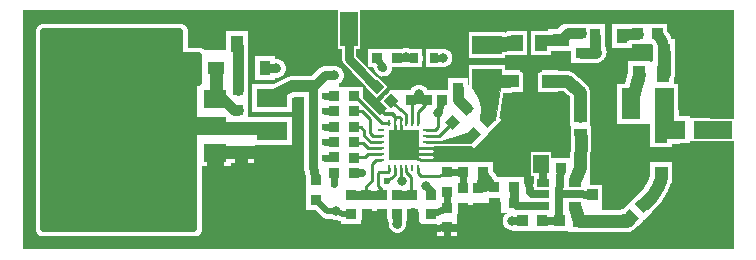
<source format=gbr>
%FSLAX34Y34*%
%MOMM*%
%LNCOPPER_TOP*%
G71*
G01*
%ADD10R,1.700X1.700*%
%ADD11C,1.800*%
%ADD12R,2.700X2.300*%
%ADD13R,2.900X5.000*%
%ADD14R,3.400X2.400*%
%ADD15R,2.200X1.900*%
%ADD16C,1.050*%
%ADD17C,2.300*%
%ADD18R,1.400X1.500*%
%ADD19R,1.500X1.500*%
%ADD20R,1.500X1.100*%
%ADD21R,1.400X1.400*%
%ADD22C,1.500*%
%ADD23C,1.700*%
%ADD24C,1.900*%
%ADD25R,1.900X3.400*%
%ADD26R,1.050X1.400*%
%ADD27R,1.400X1.050*%
%ADD28C,1.600*%
%ADD29C,1.400*%
%ADD30C,1.200*%
%ADD31C,1.400*%
%ADD32C,0.650*%
%ADD33C,1.600*%
%ADD34R,1.900X2.200*%
%ADD35R,1.900X1.900*%
%ADD36R,1.800X1.920*%
%ADD37R,1.700X2.000*%
%ADD38C,0.700*%
%ADD39C,1.920*%
%ADD40R,1.800X2.000*%
%ADD41R,1.920X1.800*%
%ADD42R,3.600X1.900*%
%ADD43C,1.800*%
%ADD44C,1.400*%
%ADD45C,1.300*%
%ADD46C,0.200*%
%ADD47C,0.150*%
%ADD48R,3.160X2.160*%
%ADD49C,1.000*%
%ADD50C,1.800*%
%ADD51C,0.500*%
%ADD52C,0.800*%
%ADD53C,0.900*%
%ADD54C,0.100*%
%ADD55R,0.900X0.900*%
%ADD56C,1.000*%
%ADD57R,1.900X1.500*%
%ADD58R,2.100X4.200*%
%ADD59R,2.600X2.790*%
%ADD60R,2.600X1.600*%
%ADD61R,1.400X1.100*%
%ADD62C,0.250*%
%ADD63R,0.800X0.900*%
%ADD64R,1.100X0.700*%
%ADD65R,0.600X0.600*%
%ADD66R,1.400X1.600*%
%ADD67C,1.100*%
%ADD68R,1.100X1.400*%
%ADD69R,1.500X3.000*%
%ADD70R,0.250X0.600*%
%ADD71R,0.600X0.250*%
%ADD72R,2.600X2.600*%
%ADD73C,0.600*%
%ADD74C,0.600*%
%ADD75C,0.800*%
%ADD76R,1.000X1.120*%
%ADD77R,4.600X3.900*%
%ADD78C,1.120*%
%ADD79R,1.120X1.000*%
%ADD80R,3.900X4.600*%
%ADD81R,0.900X1.200*%
%ADD82R,0.600X2.200*%
%ADD83R,3.200X1.500*%
%ADD84C,1.000*%
%ADD85C,0.300*%
%LPD*%
G36*
X0Y1000000D02*
X602000Y1000000D01*
X602000Y798000D01*
X0Y798000D01*
X0Y1000000D01*
G37*
%LPC*%
X329916Y844025D02*
G54D10*
D03*
X330016Y827325D02*
G54D10*
D03*
X184509Y900816D02*
G54D11*
D03*
G36*
X388009Y917155D02*
X376002Y905121D01*
X363968Y917129D01*
X375975Y929163D01*
X388009Y917155D01*
G37*
G36*
X376271Y905283D02*
X364271Y893242D01*
X352230Y905242D01*
X364230Y917284D01*
X376271Y905283D01*
G37*
X162357Y925014D02*
G54D12*
D03*
X162457Y902014D02*
G54D12*
D03*
X162457Y879014D02*
G54D12*
D03*
X103757Y901914D02*
G54D13*
D03*
X211256Y925791D02*
G54D14*
D03*
X211256Y897791D02*
G54D14*
D03*
X184762Y879869D02*
G54D15*
D03*
X184762Y900469D02*
G54D15*
D03*
G54D16*
X324900Y905000D02*
X324900Y912000D01*
X324906Y912005D01*
X310493Y924631D01*
G54D16*
X329900Y905000D02*
X329900Y914000D01*
X329897Y921131D01*
X329000Y924300D01*
G54D16*
X334900Y905000D02*
X334900Y914000D01*
X340900Y920000D01*
X341000Y924300D01*
G54D16*
X341400Y898500D02*
X349400Y898500D01*
X351900Y901000D01*
X351900Y916200D01*
X355000Y924300D01*
G54D16*
X341400Y893500D02*
X352400Y893500D01*
X357900Y899000D01*
G54D16*
X357900Y899000D02*
X365773Y906873D01*
X364251Y905263D01*
G54D17*
X162457Y902014D02*
X103857Y902014D01*
X103757Y901914D01*
X317000Y844000D02*
G54D10*
D03*
X316900Y827300D02*
G54D10*
D03*
X331400Y960100D02*
G54D18*
D03*
X348100Y960000D02*
G54D18*
D03*
X300121Y960104D02*
G54D19*
D03*
X316821Y960004D02*
G54D19*
D03*
X277700Y827500D02*
G54D10*
D03*
X277800Y844200D02*
G54D10*
D03*
X359247Y846600D02*
G54D10*
D03*
X359347Y863300D02*
G54D10*
D03*
X345648Y844100D02*
G54D10*
D03*
X345548Y827400D02*
G54D10*
D03*
X359347Y816300D02*
G54D10*
D03*
X359447Y833000D02*
G54D10*
D03*
X372747Y849700D02*
G54D10*
D03*
X372647Y833000D02*
G54D10*
D03*
X389548Y863500D02*
G54D10*
D03*
X372848Y863600D02*
G54D10*
D03*
X385747Y849700D02*
G54D10*
D03*
X385647Y833000D02*
G54D10*
D03*
X399348Y850500D02*
G54D10*
D03*
X416048Y850400D02*
G54D10*
D03*
G36*
X391147Y845400D02*
X408147Y845401D01*
X408148Y828401D01*
X391148Y828400D01*
X391147Y845400D01*
G37*
X416347Y836800D02*
G54D10*
D03*
X467862Y853774D02*
G54D20*
D03*
X467862Y834774D02*
G54D20*
D03*
X440862Y853774D02*
G54D20*
D03*
X440862Y834774D02*
G54D20*
D03*
X440862Y844274D02*
G54D20*
D03*
X467862Y844274D02*
G54D20*
D03*
X429262Y846150D02*
G54D21*
D03*
X429262Y835050D02*
G54D21*
D03*
G54D22*
X440862Y853774D02*
X440743Y869712D01*
G54D22*
X467862Y844274D02*
X454400Y844274D01*
X455400Y866500D01*
G54D22*
X454400Y844274D02*
X454400Y824500D01*
X472100Y866400D02*
G54D10*
D03*
X455400Y866500D02*
G54D10*
D03*
G54D23*
X467862Y857024D02*
X472100Y866400D01*
G36*
X414587Y830686D02*
X431587Y830713D01*
X431613Y813714D01*
X414613Y813687D01*
X414587Y830686D01*
G37*
G36*
X431286Y830587D02*
X448286Y830614D01*
X448313Y813614D01*
X431313Y813587D01*
X431286Y830587D01*
G37*
G36*
X446094Y830694D02*
X463094Y830706D01*
X463106Y813706D01*
X446106Y813694D01*
X446094Y830694D01*
G37*
G36*
X462799Y830599D02*
X479799Y830601D01*
X479801Y813601D01*
X462801Y813599D01*
X462799Y830599D01*
G37*
G54D24*
X467806Y832721D02*
X471300Y822100D01*
X182475Y915974D02*
G54D10*
D03*
X182575Y932674D02*
G54D10*
D03*
X263700Y862500D02*
G54D10*
D03*
X280400Y862400D02*
G54D10*
D03*
X280400Y875500D02*
G54D10*
D03*
X263700Y875600D02*
G54D10*
D03*
X280400Y888500D02*
G54D10*
D03*
X263700Y888600D02*
G54D10*
D03*
X280400Y901500D02*
G54D10*
D03*
X263700Y901600D02*
G54D10*
D03*
X280400Y914500D02*
G54D10*
D03*
X263700Y914600D02*
G54D10*
D03*
X280400Y927500D02*
G54D19*
D03*
X263700Y927600D02*
G54D19*
D03*
X248491Y856091D02*
G54D10*
D03*
X248391Y839391D02*
G54D10*
D03*
X276500Y984500D02*
G54D25*
D03*
X334900Y905000D02*
G54D26*
D03*
X334900Y867000D02*
G54D26*
D03*
X329900Y905000D02*
G54D26*
D03*
X329900Y867000D02*
G54D26*
D03*
X324900Y905000D02*
G54D26*
D03*
X324900Y867000D02*
G54D26*
D03*
X319900Y905000D02*
G54D26*
D03*
X319900Y867000D02*
G54D26*
D03*
X314900Y905000D02*
G54D26*
D03*
X314900Y867000D02*
G54D26*
D03*
X309900Y905000D02*
G54D26*
D03*
X309900Y867000D02*
G54D26*
D03*
X341400Y898500D02*
G54D27*
D03*
X303400Y898500D02*
G54D27*
D03*
X341400Y893500D02*
G54D27*
D03*
X303400Y893500D02*
G54D27*
D03*
X341400Y888500D02*
G54D27*
D03*
X303400Y888500D02*
G54D27*
D03*
X341400Y883500D02*
G54D27*
D03*
X303400Y883500D02*
G54D27*
D03*
X341400Y878500D02*
G54D27*
D03*
X303400Y878500D02*
G54D27*
D03*
X341400Y873500D02*
G54D27*
D03*
X303400Y873500D02*
G54D27*
D03*
X351936Y913151D02*
G54D28*
D03*
G54D29*
X351936Y913151D02*
X355000Y924300D01*
G54D29*
X355507Y959975D02*
X355482Y960000D01*
X348100Y960000D01*
G54D29*
X331400Y960100D02*
X331304Y960004D01*
X315821Y960004D01*
X335336Y929251D02*
G54D28*
D03*
G36*
X299618Y944561D02*
X308806Y935363D01*
X299608Y926176D01*
X290421Y935374D01*
X299618Y944561D01*
G37*
G36*
X311509Y932823D02*
X320685Y923614D01*
X311476Y914438D01*
X302300Y923648D01*
X311509Y932823D01*
G37*
G54D30*
X298613Y936369D02*
X281000Y954000D01*
G54D30*
X281000Y954000D02*
X276400Y958600D01*
X276500Y987500D01*
G54D16*
X303400Y893500D02*
X296500Y893500D01*
X294000Y896000D01*
X294000Y908000D01*
X287500Y914500D01*
X280400Y914500D01*
G54D16*
X303400Y888500D02*
X294500Y888500D01*
X289000Y894000D01*
X289000Y898000D01*
X286000Y901000D01*
X280900Y901000D01*
X280400Y901500D01*
G54D16*
X303400Y883500D02*
X292500Y883500D01*
X288000Y888000D01*
X280900Y888000D01*
X280400Y888500D01*
G54D16*
X303400Y878500D02*
X292500Y878500D01*
X290000Y876000D01*
X280900Y876000D01*
X280400Y875500D01*
X308807Y855475D02*
G54D31*
D03*
G54D16*
X314900Y867000D02*
X314900Y860568D01*
X308807Y855475D01*
X287807Y862475D02*
G54D31*
D03*
G54D22*
X287596Y862628D02*
X280077Y862628D01*
X279671Y862221D01*
G54D32*
X309900Y905000D02*
X304000Y905000D01*
X281500Y927500D01*
X280400Y927500D01*
G54D29*
X255807Y927475D02*
X263700Y927600D01*
G54D29*
X255807Y914475D02*
X263700Y914600D01*
G54D29*
X255807Y901475D02*
X263700Y901600D01*
G54D29*
X255807Y888475D02*
X263700Y888600D01*
G54D29*
X255807Y875475D02*
X263700Y875600D01*
G54D29*
X263744Y852950D02*
X263700Y862500D01*
G54D29*
X305007Y951675D02*
X300121Y960104D01*
G54D16*
X319900Y867000D02*
X319900Y860568D01*
X320907Y855275D01*
G54D16*
X324900Y867000D02*
X324900Y863100D01*
X329000Y859000D01*
X329000Y845000D01*
X329416Y844425D01*
G54D29*
X291100Y827386D02*
X304101Y827386D01*
G54D33*
X317000Y844000D02*
X329916Y844025D01*
G54D33*
X277800Y844200D02*
X304001Y844086D01*
G54D16*
X303400Y873500D02*
X299500Y873500D01*
X296000Y870000D01*
X296000Y856000D01*
X291000Y851000D01*
X291000Y844086D01*
G54D16*
X334900Y862000D02*
X337000Y860000D01*
X352047Y860000D01*
X359347Y863300D01*
G54D29*
X345648Y844100D02*
X345648Y848134D01*
X341707Y851775D01*
G54D29*
X345548Y827400D02*
X359447Y833000D01*
G54D29*
X359447Y833000D02*
X359247Y846600D01*
G54D29*
X359347Y863300D02*
X372848Y863600D01*
G54D29*
X372848Y863600D02*
X372747Y849700D01*
G54D29*
X385747Y849700D02*
X389548Y863500D01*
G54D29*
X389548Y863500D02*
X399348Y850500D01*
G54D29*
X399348Y850500D02*
X385747Y849700D01*
G54D29*
X385747Y849700D02*
X391235Y855550D01*
G54D22*
X467862Y844274D02*
X482300Y844200D01*
G36*
X369637Y895266D02*
X381635Y907309D01*
X393678Y895311D01*
X381680Y883268D01*
X369637Y895266D01*
G37*
G36*
X381375Y907156D02*
X393384Y919189D01*
X405416Y907180D01*
X393407Y895147D01*
X381375Y907156D01*
G37*
X542481Y946400D02*
G54D34*
D03*
X521881Y946400D02*
G54D34*
D03*
X572800Y899300D02*
G54D35*
D03*
X556100Y899200D02*
G54D35*
D03*
G36*
X502060Y824469D02*
X514069Y836502D01*
X526102Y824494D01*
X514094Y812460D01*
X502060Y824469D01*
G37*
G36*
X513798Y836351D02*
X525810Y848381D01*
X537840Y836370D01*
X525828Y824340D01*
X513798Y836351D01*
G37*
G36*
X511987Y988986D02*
X528986Y989013D01*
X529013Y972014D01*
X512014Y971987D01*
X511987Y988986D01*
G37*
G36*
X528686Y988887D02*
X545686Y988914D01*
X545713Y971914D01*
X528713Y971887D01*
X528686Y988887D01*
G37*
X445000Y940000D02*
G54D36*
D03*
X414800Y940000D02*
G54D36*
D03*
X429900Y901100D02*
G54D36*
D03*
X438705Y972567D02*
G54D37*
D03*
X418106Y972567D02*
G54D37*
D03*
X472300Y894000D02*
G54D10*
D03*
X472200Y910700D02*
G54D10*
D03*
X472831Y980883D02*
G54D10*
D03*
X472731Y964183D02*
G54D10*
D03*
G54D32*
X341400Y888500D02*
X375069Y888500D01*
X382857Y896289D01*
G36*
X379069Y888500D02*
X380947Y889940D01*
X378304Y895947D01*
X354372Y888549D01*
X379069Y888500D01*
G37*
G54D32*
X379069Y888500D02*
X380947Y889940D01*
X378304Y895947D01*
X354372Y888549D01*
X379069Y888500D01*
G36*
X399432Y907548D02*
X403792Y934597D01*
X393000Y936000D01*
X380250Y935083D01*
X386537Y925436D01*
X388217Y917562D01*
X387448Y907437D01*
X398838Y906958D01*
X399432Y907548D01*
G37*
G54D38*
X399432Y907548D02*
X403792Y934597D01*
X393000Y936000D01*
X380250Y935083D01*
X386537Y925436D01*
X388217Y917562D01*
X387448Y907437D01*
X398838Y906958D01*
X399432Y907548D01*
G54D39*
X411800Y940000D02*
X404316Y939905D01*
X397640Y940821D01*
G54D23*
X445000Y940000D02*
X461000Y940000D01*
X472000Y931000D01*
X472216Y919602D01*
X472200Y910700D01*
G36*
X445000Y948500D02*
X445000Y931500D01*
X436500Y931500D01*
X436500Y948500D01*
X445000Y948500D01*
G37*
G36*
X463700Y910715D02*
X480700Y910684D01*
X480684Y902184D01*
X463684Y902215D01*
X463700Y910715D01*
G37*
G54D23*
X472300Y894000D02*
X472000Y866500D01*
X472100Y866400D01*
G36*
X480800Y893907D02*
X463800Y894093D01*
X463893Y902592D01*
X480892Y902407D01*
X480800Y893907D01*
G37*
X438743Y869712D02*
G54D40*
D03*
X540512Y862552D02*
G54D41*
D03*
X540512Y892752D02*
G54D41*
D03*
X501612Y877652D02*
G54D41*
D03*
G54D23*
X471300Y822100D02*
X501000Y822000D01*
X514081Y824481D01*
G54D24*
X540512Y862101D02*
X540509Y858280D01*
X537512Y851053D01*
X532498Y843041D01*
X525819Y836360D01*
G36*
X550012Y862096D02*
X531012Y862107D01*
X531017Y871607D01*
X550017Y871596D01*
X550012Y862096D01*
G37*
G36*
X519101Y843077D02*
X532537Y829644D01*
X525820Y822925D01*
X512384Y836359D01*
X519101Y843077D01*
G37*
G54D24*
X471300Y822100D02*
X511700Y822100D01*
X514081Y824481D01*
G36*
X471300Y831600D02*
X471300Y812600D01*
X461800Y812600D01*
X461800Y831600D01*
X471300Y831600D01*
G37*
G36*
X520799Y817764D02*
X507364Y831199D01*
X514081Y837916D01*
X527516Y824481D01*
X520799Y817764D01*
G37*
G54D22*
X439800Y822100D02*
X454500Y822100D01*
X454600Y822200D01*
G54D22*
X439800Y822100D02*
X439800Y822100D01*
X484781Y978328D02*
G54D37*
D03*
X507781Y978328D02*
G54D37*
D03*
G54D24*
X542481Y946400D02*
X542550Y946469D01*
X542550Y956450D01*
X542550Y964999D01*
G54D23*
X542550Y964999D02*
X541293Y973807D01*
X537200Y980400D01*
G54D23*
X520500Y980500D02*
X513039Y980475D01*
X507781Y978500D01*
X507781Y978328D01*
G54D24*
X415314Y972228D02*
X414833Y972328D01*
X392756Y971191D01*
X584300Y899000D02*
G54D42*
D03*
X485584Y964427D02*
G54D43*
D03*
G54D23*
X484781Y978328D02*
X484781Y965230D01*
X485584Y964427D01*
G54D23*
X472731Y964183D02*
X485341Y964183D01*
X485584Y964427D01*
G54D22*
X438705Y972567D02*
X441053Y974914D01*
X456090Y974914D01*
G54D23*
X456090Y974914D02*
X462058Y980883D01*
X472831Y980883D01*
X456090Y974915D02*
G54D15*
D03*
X542550Y965099D02*
G54D34*
D03*
X482300Y844200D02*
G54D10*
D03*
X329000Y924300D02*
G54D10*
D03*
X342000Y924300D02*
G54D10*
D03*
X355000Y924300D02*
G54D10*
D03*
X324351Y960364D02*
G54D28*
D03*
X355953Y960148D02*
G54D28*
D03*
X263171Y945653D02*
G54D28*
D03*
X413936Y822151D02*
G54D28*
D03*
X316936Y819151D02*
G54D44*
D03*
X265111Y830151D02*
G54D28*
D03*
G54D22*
X413936Y822151D02*
X423100Y822200D01*
G54D17*
X548688Y899112D02*
X553450Y899112D01*
G36*
X548688Y910612D02*
X548688Y887612D01*
X537188Y887612D01*
X537188Y910612D01*
X548688Y910612D01*
G37*
G36*
X553450Y887612D02*
X553450Y910612D01*
X564950Y910612D01*
X564950Y887612D01*
X553450Y887612D01*
G37*
G54D33*
X416048Y850400D02*
X416347Y836800D01*
G54D22*
X440862Y834774D02*
X418374Y834774D01*
X416347Y836800D01*
G54D45*
X277700Y827500D02*
X270938Y827500D01*
X265111Y830151D01*
X182518Y951658D02*
G54D37*
D03*
X205518Y951658D02*
G54D37*
D03*
X214131Y951402D02*
G54D28*
D03*
G54D33*
X214131Y951402D02*
X205774Y951402D01*
X205518Y951658D01*
G54D33*
X263171Y945653D02*
X255503Y945653D01*
X245475Y935625D01*
X245475Y867362D01*
X248491Y856091D01*
G54D45*
X265111Y830151D02*
X257630Y830151D01*
X248391Y839391D01*
G54D23*
X182518Y951658D02*
X182518Y970244D01*
X181512Y971250D01*
G54D23*
X182518Y951658D02*
X182518Y932730D01*
X182575Y932674D01*
G54D23*
X162357Y928014D02*
X166986Y928014D01*
X179026Y915974D01*
X182475Y915974D01*
G54D24*
X162357Y928014D02*
X163210Y928866D01*
X163209Y951197D01*
G54D24*
X184762Y900469D02*
X162457Y900469D01*
X162457Y902014D01*
G54D24*
X184762Y879869D02*
X162457Y879869D01*
X162457Y879014D01*
G36*
X133000Y983000D02*
X133000Y962000D01*
X149000Y962000D01*
X149000Y939000D01*
X145000Y939000D01*
X145000Y815000D01*
X17000Y815000D01*
X17000Y983000D01*
X133000Y983000D01*
G37*
G54D45*
X133000Y983000D02*
X133000Y962000D01*
X149000Y962000D01*
X149000Y939000D01*
X145000Y939000D01*
X145000Y815000D01*
X17000Y815000D01*
X17000Y983000D01*
X133000Y983000D01*
X163210Y951197D02*
G54D15*
D03*
X181512Y971250D02*
G54D34*
D03*
G36*
X263171Y945653D02*
X255503Y945653D01*
X245475Y935625D01*
X245475Y859106D01*
X248491Y856091D01*
X248491Y839491D01*
X248391Y839391D01*
X257630Y830151D01*
X265111Y830151D01*
X275049Y830151D01*
X277700Y827500D01*
X329842Y827500D01*
X330016Y827325D01*
X345473Y827325D01*
X345548Y827400D01*
X400432Y827400D01*
X400507Y827475D01*
X400507Y849342D01*
X399348Y850500D01*
X399348Y853700D01*
X389548Y863500D01*
X372948Y863500D01*
X372848Y863600D01*
X360061Y863600D01*
X352843Y870818D01*
X342818Y870818D01*
X342000Y870000D01*
X342000Y887000D01*
X343000Y888000D01*
X374369Y888000D01*
X381657Y895289D01*
X381657Y896657D01*
X396000Y911000D01*
X396000Y939181D01*
X397640Y940821D01*
X383921Y940821D01*
X377200Y934100D01*
X372100Y934100D01*
X370000Y932000D01*
X312131Y932000D01*
X309712Y929581D01*
X309712Y925411D01*
X311493Y923631D01*
X311493Y919013D01*
X302465Y909985D01*
X297915Y909985D01*
X280400Y927500D01*
X273500Y927500D01*
X267000Y934000D01*
X267000Y941824D01*
X263171Y945653D01*
G37*
G54D46*
X263171Y945653D02*
X255503Y945653D01*
X245475Y935625D01*
X245475Y859106D01*
X248491Y856091D01*
X248491Y839491D01*
X248391Y839391D01*
X257630Y830151D01*
X265111Y830151D01*
X275049Y830151D01*
X277700Y827500D01*
X329842Y827500D01*
X330016Y827325D01*
X345473Y827325D01*
X345548Y827400D01*
X400432Y827400D01*
X400507Y827475D01*
X400507Y849342D01*
X399348Y850500D01*
X399348Y853700D01*
X389548Y863500D01*
X372948Y863500D01*
X372848Y863600D01*
X360061Y863600D01*
X352843Y870818D01*
X342818Y870818D01*
X342000Y870000D01*
X342000Y887000D01*
X343000Y888000D01*
X374369Y888000D01*
X381657Y895289D01*
X381657Y896657D01*
X396000Y911000D01*
X396000Y939181D01*
X397640Y940821D01*
X383921Y940821D01*
X377200Y934100D01*
X372100Y934100D01*
X370000Y932000D01*
X312131Y932000D01*
X309712Y929581D01*
X309712Y925411D01*
X311493Y923631D01*
X311493Y919013D01*
X302465Y909985D01*
X297915Y909985D01*
X280400Y927500D01*
X273500Y927500D01*
X267000Y934000D01*
X267000Y941824D01*
X263171Y945653D01*
G36*
X316000Y957000D02*
X301000Y957000D01*
X301000Y966563D01*
X316000Y966563D01*
X316000Y957000D01*
G37*
G54D46*
X316000Y957000D02*
X301000Y957000D01*
X301000Y966563D01*
X316000Y966563D01*
X316000Y957000D01*
G36*
X474000Y842000D02*
X489775Y842000D01*
X489775Y822517D01*
X474000Y822517D01*
X474000Y842000D01*
G37*
G54D46*
X474000Y842000D02*
X489775Y842000D01*
X489775Y822517D01*
X474000Y822517D01*
X474000Y842000D01*
G36*
X471000Y861000D02*
X479571Y861000D01*
X479571Y849938D01*
X471000Y849938D01*
X471000Y861000D01*
G37*
G54D46*
X471000Y861000D02*
X479571Y861000D01*
X479571Y849938D01*
X471000Y849938D01*
X471000Y861000D01*
G36*
X278000Y928000D02*
X264986Y928000D01*
X264986Y934292D01*
X278000Y934292D01*
X278000Y928000D01*
G37*
G54D47*
X278000Y928000D02*
X264986Y928000D01*
X264986Y934292D01*
X278000Y934292D01*
X278000Y928000D01*
G54D16*
X309900Y867000D02*
X309900Y863900D01*
X309000Y863000D01*
X302000Y863000D01*
X301000Y862000D01*
X301000Y851000D01*
X304000Y848000D01*
X304001Y844086D01*
X320907Y855275D02*
G54D43*
D03*
X341707Y851775D02*
G54D28*
D03*
G36*
X502981Y938000D02*
X526981Y938000D01*
X526982Y904000D01*
X502982Y904000D01*
X502981Y938000D01*
G37*
G36*
X530981Y938000D02*
X554981Y938000D01*
X554982Y904000D01*
X530982Y904000D01*
X530981Y938000D01*
G37*
X392756Y943190D02*
G54D48*
D03*
X392756Y971191D02*
G54D48*
D03*
G54D24*
X184762Y900469D02*
X191593Y900520D01*
X199105Y900298D01*
X200978Y899469D01*
X211256Y897190D01*
G54D49*
X316936Y819151D02*
X316936Y827264D01*
X316900Y827300D01*
G54D29*
X316936Y819151D02*
X316936Y827264D01*
X316900Y827300D01*
G54D50*
X211256Y927191D02*
X227796Y935730D01*
X244758Y935722D01*
G36*
X194000Y882000D02*
X162457Y882000D01*
X162457Y902014D01*
X194000Y902014D01*
X194000Y882000D01*
G37*
G54D51*
X194000Y882000D02*
X162457Y882000D01*
X162457Y902014D01*
X194000Y902014D01*
X194000Y882000D01*
G36*
X181000Y922000D02*
X163210Y922000D01*
X163210Y951197D01*
X181000Y951197D01*
X181000Y922000D01*
G37*
G54D51*
X181000Y922000D02*
X163210Y922000D01*
X163210Y951197D01*
X181000Y951197D01*
X181000Y922000D01*
G36*
X182518Y951658D02*
X152839Y951658D01*
X152839Y963732D01*
X182518Y963732D01*
X182518Y951658D01*
G37*
G54D51*
X182518Y951658D02*
X152839Y951658D01*
X152839Y963732D01*
X182518Y963732D01*
X182518Y951658D01*
X368500Y934100D02*
G54D10*
D03*
G54D24*
X540411Y893962D02*
X540512Y918530D01*
X542982Y921000D01*
G54D33*
X546988Y901189D02*
X546988Y913631D01*
X546700Y913919D01*
G36*
X521881Y946400D02*
X535935Y946400D01*
X535935Y908032D01*
X521881Y908032D01*
X521881Y946400D01*
G37*
G54D52*
X521881Y946400D02*
X535935Y946400D01*
X535935Y908032D01*
X521881Y908032D01*
X521881Y946400D01*
G36*
X539352Y942146D02*
X527964Y942146D01*
X527964Y953392D01*
X539352Y953392D01*
X539352Y942146D01*
G37*
G54D52*
X539352Y942146D02*
X527964Y942146D01*
X527964Y953392D01*
X539352Y953392D01*
X539352Y942146D01*
G54D24*
X514981Y921000D02*
X521881Y946400D01*
G54D23*
X375989Y917142D02*
X368500Y924631D01*
X368500Y934100D01*
G36*
X178000Y885000D02*
X149000Y885000D01*
X149000Y924000D01*
X178000Y924000D01*
X178000Y885000D01*
G37*
G54D53*
X178000Y885000D02*
X149000Y885000D01*
X149000Y924000D01*
X178000Y924000D01*
X178000Y885000D01*
G36*
X561000Y902000D02*
X569763Y902000D01*
X569763Y890000D01*
X561000Y890000D01*
X561000Y902000D01*
G37*
G54D54*
X561000Y902000D02*
X569763Y902000D01*
X569763Y890000D01*
X561000Y890000D01*
X561000Y902000D01*
%LPD*%
X329916Y844025D02*
G54D55*
D03*
X330016Y827325D02*
G54D55*
D03*
X184509Y900816D02*
G54D56*
D03*
X146257Y956200D02*
G54D55*
D03*
X146157Y972900D02*
G54D55*
D03*
X328900Y941000D02*
G54D55*
D03*
X329000Y924300D02*
G54D55*
D03*
X341900Y941000D02*
G54D55*
D03*
X342000Y924300D02*
G54D55*
D03*
X354900Y941000D02*
G54D55*
D03*
X355000Y924300D02*
G54D55*
D03*
G36*
X382353Y917149D02*
X375996Y910778D01*
X369625Y917135D01*
X375982Y923506D01*
X382353Y917149D01*
G37*
G36*
X370615Y905274D02*
X364261Y898899D01*
X357887Y905252D01*
X364240Y911627D01*
X370615Y905274D01*
G37*
X162357Y925014D02*
G54D57*
D03*
X162457Y902014D02*
G54D57*
D03*
X162457Y879014D02*
G54D57*
D03*
X103757Y901914D02*
G54D58*
D03*
X113452Y843971D02*
G54D59*
D03*
G36*
X153252Y857921D02*
X179252Y857921D01*
X179252Y830021D01*
X153252Y830021D01*
X153252Y857921D01*
G37*
X211256Y925791D02*
G54D60*
D03*
X211256Y897791D02*
G54D60*
D03*
X184762Y879869D02*
G54D61*
D03*
X184762Y900469D02*
G54D61*
D03*
X163210Y971797D02*
G54D61*
D03*
X163210Y951197D02*
G54D61*
D03*
G54D62*
X324900Y905000D02*
X324900Y912000D01*
X324906Y912005D01*
X310493Y924631D01*
G54D62*
X314900Y907000D02*
X314900Y909000D01*
X315900Y910000D01*
X316900Y910000D01*
X318900Y910000D01*
X319900Y909000D01*
X319900Y907000D01*
G54D62*
X314900Y903000D02*
X314900Y897000D01*
G54D62*
X319900Y903000D02*
X319900Y897000D01*
G54D62*
X314900Y907000D02*
X314900Y909000D01*
G54D62*
X341400Y883500D02*
X333400Y883500D01*
X332900Y883000D01*
G54D62*
X341400Y878500D02*
X331400Y878500D01*
X330900Y879000D01*
G54D62*
X341400Y873500D02*
X338400Y873500D01*
X335054Y874398D01*
X333900Y875000D01*
X332900Y876000D01*
G54D62*
X341400Y883500D02*
X347400Y883500D01*
X348900Y882000D01*
X348900Y880000D01*
X347400Y878500D01*
X341400Y878500D01*
G54D62*
X341400Y873500D02*
X347400Y873500D01*
X348900Y875000D01*
X348900Y882000D01*
G54D62*
X347400Y878500D02*
X348900Y877000D01*
G54D62*
X329900Y905000D02*
X329900Y914000D01*
X329897Y921131D01*
X329000Y924300D01*
G54D62*
X334900Y905000D02*
X334900Y914000D01*
X340900Y920000D01*
X341000Y924300D01*
G54D62*
X341400Y898500D02*
X349400Y898500D01*
X351900Y901000D01*
X351900Y916200D01*
X355000Y924300D01*
G54D38*
X329000Y924300D02*
X341000Y924300D01*
G54D38*
X328900Y941000D02*
X354900Y941000D01*
G54D62*
X341400Y893500D02*
X352400Y893500D01*
X357900Y899000D01*
G54D62*
X357900Y899000D02*
X365773Y906873D01*
X364251Y905263D01*
G54D62*
X334900Y867000D02*
X334900Y862000D01*
G54D22*
X162457Y902014D02*
X103857Y902014D01*
X103757Y901914D01*
X317000Y844000D02*
G54D55*
D03*
X316900Y827300D02*
G54D55*
D03*
X368600Y950800D02*
G54D55*
D03*
X368500Y934100D02*
G54D55*
D03*
G54D49*
X368196Y951114D02*
X368200Y963000D01*
G36*
X363196Y951115D02*
X373196Y951112D01*
X373194Y946112D01*
X363194Y946115D01*
X363196Y951115D01*
G37*
X331400Y960100D02*
G54D63*
D03*
X348100Y960000D02*
G54D63*
D03*
X300121Y960104D02*
G54D55*
D03*
X316821Y960004D02*
G54D55*
D03*
X277700Y827500D02*
G54D55*
D03*
X277800Y844200D02*
G54D55*
D03*
X359247Y846600D02*
G54D55*
D03*
X359347Y863300D02*
G54D55*
D03*
X345648Y844100D02*
G54D55*
D03*
X345548Y827400D02*
G54D55*
D03*
X359347Y816300D02*
G54D55*
D03*
X359447Y833000D02*
G54D55*
D03*
X372747Y849700D02*
G54D55*
D03*
X372647Y833000D02*
G54D55*
D03*
X389548Y863500D02*
G54D55*
D03*
X372848Y863600D02*
G54D55*
D03*
X385747Y849700D02*
G54D55*
D03*
X385647Y833000D02*
G54D55*
D03*
X399348Y850500D02*
G54D55*
D03*
X416048Y850400D02*
G54D55*
D03*
G36*
X395147Y841400D02*
X404147Y841401D01*
X404148Y832401D01*
X395148Y832400D01*
X395147Y841400D01*
G37*
X416347Y836800D02*
G54D55*
D03*
X467862Y853774D02*
G54D64*
D03*
X467862Y834774D02*
G54D64*
D03*
X440862Y853774D02*
G54D64*
D03*
X440862Y834774D02*
G54D64*
D03*
X440862Y844274D02*
G54D64*
D03*
X467862Y844274D02*
G54D64*
D03*
X429262Y846150D02*
G54D65*
D03*
X429262Y835050D02*
G54D65*
D03*
X418143Y869712D02*
G54D66*
D03*
X438743Y869712D02*
G54D66*
D03*
G54D38*
X440862Y853774D02*
X440743Y869712D01*
G36*
X477796Y848697D02*
X486796Y848703D01*
X486803Y839703D01*
X477803Y839697D01*
X477796Y848697D01*
G37*
G36*
X494499Y848599D02*
X503499Y848601D01*
X503501Y839601D01*
X494501Y839599D01*
X494499Y848599D01*
G37*
G54D38*
X467862Y844274D02*
X454400Y844274D01*
X455400Y866500D01*
G54D38*
X454400Y844274D02*
X454400Y824500D01*
X472100Y866400D02*
G54D55*
D03*
X455400Y866500D02*
G54D55*
D03*
G54D67*
X467862Y857024D02*
X472100Y866400D01*
G36*
X418593Y826693D02*
X427593Y826707D01*
X427607Y817707D01*
X418607Y817693D01*
X418593Y826693D01*
G37*
G36*
X435293Y826593D02*
X444293Y826607D01*
X444307Y817607D01*
X435307Y817593D01*
X435293Y826593D01*
G37*
G36*
X450097Y826697D02*
X459097Y826703D01*
X459103Y817703D01*
X450103Y817697D01*
X450097Y826697D01*
G37*
G36*
X466799Y826600D02*
X475799Y826601D01*
X475801Y817601D01*
X466801Y817600D01*
X466799Y826600D01*
G37*
G54D67*
X467806Y832721D02*
X471300Y822100D01*
X182475Y915974D02*
G54D55*
D03*
X182575Y932674D02*
G54D55*
D03*
X202112Y971250D02*
G54D68*
D03*
X181512Y971250D02*
G54D68*
D03*
X263700Y862500D02*
G54D55*
D03*
X280400Y862400D02*
G54D55*
D03*
X280400Y875500D02*
G54D55*
D03*
X263700Y875600D02*
G54D55*
D03*
X280400Y888500D02*
G54D55*
D03*
X263700Y888600D02*
G54D55*
D03*
X280400Y901500D02*
G54D55*
D03*
X263700Y901600D02*
G54D55*
D03*
X280400Y914500D02*
G54D55*
D03*
X263700Y914600D02*
G54D55*
D03*
X280400Y927500D02*
G54D55*
D03*
X263700Y927600D02*
G54D55*
D03*
X248491Y856091D02*
G54D55*
D03*
X248391Y839391D02*
G54D55*
D03*
X276500Y984500D02*
G54D69*
D03*
X334900Y905000D02*
G54D70*
D03*
X334900Y867000D02*
G54D70*
D03*
X329900Y905000D02*
G54D70*
D03*
X329900Y867000D02*
G54D70*
D03*
X324900Y905000D02*
G54D70*
D03*
X324900Y867000D02*
G54D70*
D03*
X319900Y905000D02*
G54D70*
D03*
X319900Y867000D02*
G54D70*
D03*
X314900Y905000D02*
G54D70*
D03*
X314900Y867000D02*
G54D70*
D03*
X309900Y905000D02*
G54D70*
D03*
X309900Y867000D02*
G54D70*
D03*
X341400Y898500D02*
G54D71*
D03*
X303400Y898500D02*
G54D71*
D03*
X341400Y893500D02*
G54D71*
D03*
X303400Y893500D02*
G54D71*
D03*
X341400Y888500D02*
G54D71*
D03*
X303400Y888500D02*
G54D71*
D03*
X341400Y883500D02*
G54D71*
D03*
X303400Y883500D02*
G54D71*
D03*
X341400Y878500D02*
G54D71*
D03*
X303400Y878500D02*
G54D71*
D03*
X341400Y873500D02*
G54D71*
D03*
X303400Y873500D02*
G54D71*
D03*
X322400Y886000D02*
G54D72*
D03*
X291000Y844086D02*
G54D55*
D03*
X291100Y827386D02*
G54D55*
D03*
X304001Y844086D02*
G54D55*
D03*
X304101Y827386D02*
G54D55*
D03*
X313419Y894995D02*
G54D73*
D03*
X319419Y894995D02*
G54D73*
D03*
X325419Y894995D02*
G54D73*
D03*
X331419Y894995D02*
G54D73*
D03*
X313419Y888995D02*
G54D73*
D03*
X319419Y888995D02*
G54D73*
D03*
X325419Y888995D02*
G54D73*
D03*
X331419Y888995D02*
G54D73*
D03*
X313419Y882995D02*
G54D73*
D03*
X319419Y882995D02*
G54D73*
D03*
X325419Y882995D02*
G54D73*
D03*
X331419Y882995D02*
G54D73*
D03*
X313419Y876995D02*
G54D73*
D03*
X319419Y876995D02*
G54D73*
D03*
X325419Y876995D02*
G54D73*
D03*
X331419Y876995D02*
G54D73*
D03*
X326807Y948475D02*
G54D73*
D03*
X332807Y948475D02*
G54D73*
D03*
X338807Y948475D02*
G54D73*
D03*
X344807Y948475D02*
G54D73*
D03*
X350807Y948475D02*
G54D73*
D03*
X356807Y948475D02*
G54D73*
D03*
G54D74*
X326807Y948475D02*
X356807Y948475D01*
X355632Y945000D01*
X354000Y945000D01*
X334000Y945000D01*
X328900Y941000D01*
X326807Y948475D01*
X351936Y913151D02*
G54D75*
D03*
G54D74*
X351936Y913151D02*
X355000Y924300D01*
G54D74*
X355507Y959975D02*
X355482Y960000D01*
X348100Y960000D01*
G54D74*
X331400Y960100D02*
X331304Y960004D01*
X315821Y960004D01*
X335336Y929251D02*
G54D75*
D03*
G36*
X299617Y941733D02*
X305977Y935365D01*
X299610Y929005D01*
X293249Y935372D01*
X299617Y941733D01*
G37*
G36*
X311504Y929995D02*
X317857Y923619D01*
X311481Y917267D01*
X305129Y923642D01*
X311504Y929995D01*
G37*
G54D52*
X298613Y936369D02*
X281000Y954000D01*
X372463Y960753D02*
G54D73*
D03*
G54D52*
X281000Y954000D02*
X276400Y958600D01*
X276500Y987500D01*
G54D62*
X303400Y893500D02*
X296500Y893500D01*
X294000Y896000D01*
X294000Y908000D01*
X287500Y914500D01*
X280400Y914500D01*
G54D62*
X303400Y888500D02*
X294500Y888500D01*
X289000Y894000D01*
X289000Y898000D01*
X286000Y901000D01*
X280900Y901000D01*
X280400Y901500D01*
G54D62*
X303400Y883500D02*
X292500Y883500D01*
X288000Y888000D01*
X280900Y888000D01*
X280400Y888500D01*
G54D62*
X303400Y878500D02*
X292500Y878500D01*
X290000Y876000D01*
X280900Y876000D01*
X280400Y875500D01*
X308807Y855475D02*
G54D73*
D03*
G54D62*
X314900Y867000D02*
X314900Y860568D01*
X308807Y855475D01*
X287807Y862475D02*
G54D73*
D03*
G54D38*
X287596Y862628D02*
X280077Y862628D01*
X279671Y862221D01*
G54D62*
X309900Y905000D02*
X304000Y905000D01*
X281500Y927500D01*
X280400Y927500D01*
X263744Y852950D02*
G54D73*
D03*
X255807Y875475D02*
G54D73*
D03*
X255807Y888475D02*
G54D73*
D03*
X255807Y901475D02*
G54D73*
D03*
X255807Y914475D02*
G54D73*
D03*
X255807Y927475D02*
G54D73*
D03*
G54D74*
X255807Y927475D02*
X263700Y927600D01*
G54D74*
X255807Y914475D02*
X263700Y914600D01*
G54D74*
X255807Y901475D02*
X263700Y901600D01*
G54D74*
X255807Y888475D02*
X263700Y888600D01*
G54D74*
X255807Y875475D02*
X263700Y875600D01*
G54D74*
X263744Y852950D02*
X263700Y862500D01*
X351807Y881475D02*
G54D73*
D03*
X351807Y875475D02*
G54D73*
D03*
G54D74*
X351807Y881475D02*
X351807Y875475D01*
G54D62*
X347400Y873500D02*
X351963Y873748D01*
G54D62*
X347400Y883500D02*
X351992Y883219D01*
G54D74*
X305007Y951675D02*
X300121Y960104D01*
G54D62*
X319900Y867000D02*
X319900Y860568D01*
X320907Y855275D01*
G54D62*
X324900Y867000D02*
X324900Y863100D01*
X329000Y859000D01*
X329000Y845000D01*
X329416Y844425D01*
X288807Y819475D02*
G54D73*
D03*
X294807Y819475D02*
G54D73*
D03*
X300807Y819475D02*
G54D73*
D03*
X306807Y819475D02*
G54D73*
D03*
G54D49*
X330016Y827325D02*
X330012Y821439D01*
G36*
X335016Y827322D02*
X325016Y827329D01*
X325020Y832329D01*
X335020Y832322D01*
X335016Y827322D01*
G37*
X333406Y819464D02*
G54D73*
D03*
X327406Y819464D02*
G54D73*
D03*
G54D74*
X306807Y819475D02*
X288807Y819475D01*
X291100Y827386D01*
G54D74*
X306807Y819475D02*
X304101Y827386D01*
G54D74*
X304000Y823000D02*
X291000Y823000D01*
G54D74*
X291100Y827386D02*
X304101Y827386D01*
G54D52*
X317000Y844000D02*
X329916Y844025D01*
G54D52*
X277800Y844200D02*
X304001Y844086D01*
G54D74*
X327406Y819464D02*
X333406Y819464D01*
G54D62*
X303400Y873500D02*
X299500Y873500D01*
X296000Y870000D01*
X296000Y856000D01*
X291000Y851000D01*
X291000Y844086D01*
G54D62*
X334900Y862000D02*
X337000Y860000D01*
X352047Y860000D01*
X359347Y863300D01*
G54D74*
X345648Y844100D02*
X345648Y848134D01*
X341707Y851775D01*
G54D74*
X345548Y827400D02*
X359447Y833000D01*
G54D74*
X359447Y833000D02*
X359247Y846600D01*
G54D74*
X359347Y863300D02*
X372848Y863600D01*
G54D74*
X372848Y863600D02*
X372747Y849700D01*
G54D74*
X385747Y849700D02*
X389548Y863500D01*
G54D74*
X389548Y863500D02*
X399348Y850500D01*
G54D74*
X399348Y850500D02*
X385747Y849700D01*
G54D74*
X385747Y849700D02*
X391235Y855550D01*
X370407Y825475D02*
G54D73*
D03*
X376407Y825475D02*
G54D73*
D03*
X382407Y825475D02*
G54D73*
D03*
X388407Y825475D02*
G54D73*
D03*
X347507Y815975D02*
G54D73*
D03*
G54D74*
X370407Y825475D02*
X388407Y825475D01*
G54D74*
X370407Y825475D02*
X372647Y833000D01*
G54D74*
X388407Y825475D02*
X385647Y833000D01*
G54D74*
X385647Y833000D02*
X372647Y833000D01*
G54D74*
X373000Y828000D02*
X384000Y828000D01*
G54D74*
X359398Y803166D02*
X359347Y816300D01*
G54D74*
X347507Y815975D02*
X359347Y816300D01*
X282722Y938358D02*
G54D73*
D03*
X263807Y989475D02*
G54D73*
D03*
X263807Y995475D02*
G54D73*
D03*
X289107Y995475D02*
G54D73*
D03*
X289107Y971475D02*
G54D73*
D03*
X292807Y926475D02*
G54D73*
D03*
X297807Y921475D02*
G54D73*
D03*
X302807Y916475D02*
G54D73*
D03*
G54D38*
X467862Y844274D02*
X482300Y844200D01*
X494507Y834975D02*
G54D73*
D03*
X508507Y851175D02*
G54D73*
D03*
X508507Y837975D02*
G54D73*
D03*
X508507Y844775D02*
G54D73*
D03*
G36*
X375293Y895277D02*
X381646Y901653D01*
X388021Y895300D01*
X381669Y888925D01*
X375293Y895277D01*
G37*
G36*
X387031Y907162D02*
X393389Y913532D01*
X399759Y907174D01*
X393402Y900804D01*
X387031Y907162D01*
G37*
X542481Y946400D02*
G54D68*
D03*
X521881Y946400D02*
G54D68*
D03*
X542550Y964999D02*
G54D68*
D03*
X521950Y964999D02*
G54D68*
D03*
X572800Y899300D02*
G54D55*
D03*
X556100Y899200D02*
G54D55*
D03*
G36*
X507717Y824475D02*
X514075Y830845D01*
X520445Y824488D01*
X514088Y818117D01*
X507717Y824475D01*
G37*
G36*
X519455Y836355D02*
X525814Y842724D01*
X532183Y836365D01*
X525824Y829996D01*
X519455Y836355D01*
G37*
G36*
X515993Y984993D02*
X524993Y985007D01*
X525007Y976007D01*
X516007Y975993D01*
X515993Y984993D01*
G37*
G36*
X532693Y984893D02*
X541693Y984907D01*
X541707Y975907D01*
X532707Y975893D01*
X532693Y984893D01*
G37*
X445000Y940000D02*
G54D76*
D03*
X429900Y940000D02*
G54D76*
D03*
X414800Y940000D02*
G54D76*
D03*
X429900Y901100D02*
G54D76*
D03*
G54D52*
X430000Y933000D02*
X430000Y908000D01*
X438705Y972567D02*
G54D68*
D03*
X418106Y972567D02*
G54D68*
D03*
X456090Y974914D02*
G54D61*
D03*
X456089Y954314D02*
G54D61*
D03*
X472300Y894000D02*
G54D55*
D03*
X472200Y910700D02*
G54D55*
D03*
X429900Y901100D02*
G54D77*
D03*
G54D49*
X429900Y940000D02*
X429900Y901100D01*
X448027Y886044D02*
G54D73*
D03*
X442027Y886044D02*
G54D73*
D03*
X436027Y886044D02*
G54D73*
D03*
X430027Y886044D02*
G54D73*
D03*
X424027Y886044D02*
G54D73*
D03*
X418027Y886044D02*
G54D73*
D03*
X412027Y886044D02*
G54D73*
D03*
X448027Y915044D02*
G54D73*
D03*
X448027Y907044D02*
G54D73*
D03*
X448027Y900044D02*
G54D73*
D03*
X448027Y893044D02*
G54D73*
D03*
X412027Y893044D02*
G54D73*
D03*
X412027Y900044D02*
G54D73*
D03*
X412027Y907044D02*
G54D73*
D03*
X412027Y915044D02*
G54D73*
D03*
X439027Y915044D02*
G54D73*
D03*
X430027Y915044D02*
G54D73*
D03*
X421027Y915044D02*
G54D73*
D03*
X430027Y922044D02*
G54D73*
D03*
X430000Y930000D02*
G54D73*
D03*
X435827Y951044D02*
G54D73*
D03*
X429827Y951044D02*
G54D73*
D03*
X423827Y951044D02*
G54D73*
D03*
X432794Y956264D02*
G54D73*
D03*
X426806Y956164D02*
G54D73*
D03*
G54D52*
X426806Y956164D02*
X432794Y956264D01*
X435827Y951044D01*
X423827Y951044D01*
G54D49*
X429827Y951044D02*
X429900Y940000D01*
X472831Y980883D02*
G54D55*
D03*
X472731Y964183D02*
G54D55*
D03*
G54D62*
X341400Y888500D02*
X375069Y888500D01*
X382857Y896289D01*
G36*
X379069Y888500D02*
X380947Y889940D01*
X378304Y895947D01*
X354372Y888549D01*
X379069Y888500D01*
G37*
G54D62*
X379069Y888500D02*
X380947Y889940D01*
X378304Y895947D01*
X354372Y888549D01*
X379069Y888500D01*
G36*
X399432Y907548D02*
X403792Y934597D01*
X393000Y936000D01*
X380250Y935083D01*
X386537Y925436D01*
X388217Y917562D01*
X387448Y907437D01*
X398838Y906958D01*
X399432Y907548D01*
G37*
G54D54*
X399432Y907548D02*
X403792Y934597D01*
X393000Y936000D01*
X380250Y935083D01*
X386537Y925436D01*
X388217Y917562D01*
X387448Y907437D01*
X398838Y906958D01*
X399432Y907548D01*
G54D78*
X411800Y940000D02*
X404316Y939905D01*
X397640Y940821D01*
G54D67*
X445000Y940000D02*
X461000Y940000D01*
X472000Y931000D01*
X472216Y919602D01*
X472200Y910700D01*
G36*
X445000Y945500D02*
X445000Y934500D01*
X439500Y934500D01*
X439500Y945500D01*
X445000Y945500D01*
G37*
G36*
X466700Y910710D02*
X477700Y910689D01*
X477690Y905189D01*
X466690Y905210D01*
X466700Y910710D01*
G37*
G54D67*
X472300Y894000D02*
X472000Y866500D01*
X472100Y866400D01*
G36*
X477800Y893940D02*
X466800Y894060D01*
X466860Y899560D01*
X477860Y899440D01*
X477800Y893940D01*
G37*
X428934Y855085D02*
G54D73*
D03*
X403107Y863475D02*
G54D73*
D03*
X403107Y870175D02*
G54D73*
D03*
X403107Y877675D02*
G54D73*
D03*
X360507Y875275D02*
G54D73*
D03*
X369507Y875375D02*
G54D73*
D03*
X378507Y875375D02*
G54D73*
D03*
X387507Y875375D02*
G54D73*
D03*
X395507Y875375D02*
G54D73*
D03*
X360507Y881975D02*
G54D73*
D03*
X369507Y881975D02*
G54D73*
D03*
X378507Y881975D02*
G54D73*
D03*
X386607Y882675D02*
G54D73*
D03*
X395507Y881975D02*
G54D73*
D03*
X392007Y888475D02*
G54D73*
D03*
X397707Y894175D02*
G54D73*
D03*
X403507Y900175D02*
G54D73*
D03*
X403107Y884975D02*
G54D73*
D03*
G54D38*
X440862Y844274D02*
X431138Y844274D01*
X429262Y846150D01*
X428934Y855085D01*
X438743Y869712D02*
G54D66*
D03*
X459884Y878965D02*
G54D73*
D03*
X459884Y886688D02*
G54D73*
D03*
X459884Y900975D02*
G54D73*
D03*
X459884Y914975D02*
G54D73*
D03*
X457107Y927875D02*
G54D73*
D03*
X449607Y925475D02*
G54D73*
D03*
X440607Y925475D02*
G54D73*
D03*
X419607Y925475D02*
G54D73*
D03*
X411607Y925475D02*
G54D73*
D03*
X540512Y862552D02*
G54D79*
D03*
X540512Y877652D02*
G54D79*
D03*
X540512Y892752D02*
G54D79*
D03*
X501612Y877652D02*
G54D79*
D03*
G54D52*
X533512Y877552D02*
X508512Y877551D01*
X501612Y877652D02*
G54D80*
D03*
G54D49*
X540512Y877652D02*
X501612Y877651D01*
X486556Y859524D02*
G54D73*
D03*
X486556Y865524D02*
G54D73*
D03*
X486556Y871524D02*
G54D73*
D03*
X486556Y877524D02*
G54D73*
D03*
X486556Y883524D02*
G54D73*
D03*
X486556Y889524D02*
G54D73*
D03*
X486556Y895524D02*
G54D73*
D03*
X515556Y859524D02*
G54D73*
D03*
X507556Y859524D02*
G54D73*
D03*
X500556Y859524D02*
G54D73*
D03*
X493556Y859524D02*
G54D73*
D03*
X493556Y895524D02*
G54D73*
D03*
X500556Y895524D02*
G54D73*
D03*
X507556Y895524D02*
G54D73*
D03*
X515556Y895525D02*
G54D73*
D03*
X515556Y868524D02*
G54D73*
D03*
X515556Y877524D02*
G54D73*
D03*
X515556Y886524D02*
G54D73*
D03*
X522901Y877928D02*
G54D73*
D03*
X530166Y877954D02*
G54D73*
D03*
X553761Y876679D02*
G54D73*
D03*
X554078Y883803D02*
G54D73*
D03*
X559742Y878228D02*
G54D73*
D03*
X560606Y884292D02*
G54D73*
D03*
G54D49*
X551556Y877724D02*
X540512Y877652D01*
G54D53*
X471300Y822100D02*
X501000Y822000D01*
X514081Y824481D01*
G54D67*
X540512Y862101D02*
X540509Y858280D01*
X537512Y851053D01*
X532498Y843041D01*
X525819Y836360D01*
G36*
X546012Y862098D02*
X535012Y862105D01*
X535015Y867605D01*
X546015Y867598D01*
X546012Y862098D01*
G37*
G36*
X521930Y840249D02*
X529708Y832472D01*
X525820Y828582D01*
X518041Y836360D01*
X521930Y840249D01*
G37*
G54D67*
X471300Y822100D02*
X511700Y822100D01*
X514081Y824481D01*
G36*
X471300Y827600D02*
X471300Y816600D01*
X465800Y816600D01*
X465800Y827600D01*
X471300Y827600D01*
G37*
G36*
X517970Y820592D02*
X510192Y828370D01*
X514081Y832259D01*
X521859Y824481D01*
X517970Y820592D01*
G37*
X394507Y826475D02*
G54D73*
D03*
X400507Y827475D02*
G54D73*
D03*
G54D53*
X399647Y836900D02*
X399651Y831760D01*
X399678Y828979D01*
G54D53*
X385647Y833000D02*
X395747Y833000D01*
X399647Y836900D01*
G54D38*
X439800Y822100D02*
X454500Y822100D01*
X454600Y822200D01*
G54D38*
X439800Y822100D02*
X439800Y822100D01*
X484781Y978328D02*
G54D81*
D03*
X507781Y978328D02*
G54D81*
D03*
X496281Y978328D02*
G54D82*
D03*
X485000Y909000D02*
G54D73*
D03*
X485000Y918000D02*
G54D73*
D03*
X485000Y927000D02*
G54D73*
D03*
X505362Y941636D02*
G54D73*
D03*
X509419Y958881D02*
G54D73*
D03*
X484702Y945688D02*
G54D73*
D03*
X510504Y965081D02*
G54D73*
D03*
X496138Y958269D02*
G54D73*
D03*
X497683Y964329D02*
G54D73*
D03*
X472671Y946176D02*
G54D73*
D03*
X491496Y953716D02*
G54D73*
D03*
X485270Y952370D02*
G54D73*
D03*
X468651Y952392D02*
G54D73*
D03*
X477725Y951757D02*
G54D73*
D03*
X479281Y941913D02*
G54D73*
D03*
X485000Y935000D02*
G54D73*
D03*
X499000Y930000D02*
G54D73*
D03*
X508763Y946784D02*
G54D73*
D03*
X439720Y959237D02*
G54D73*
D03*
X415507Y957236D02*
G54D73*
D03*
X391580Y957289D02*
G54D73*
D03*
X499000Y922000D02*
G54D73*
D03*
X499000Y914000D02*
G54D73*
D03*
X499000Y938000D02*
G54D73*
D03*
X503951Y965247D02*
G54D73*
D03*
X509257Y952858D02*
G54D73*
D03*
X444109Y953450D02*
G54D73*
D03*
X380940Y957290D02*
G54D73*
D03*
G54D67*
X542481Y946400D02*
X542550Y946469D01*
X542550Y956450D01*
X542550Y964999D01*
G54D53*
X542550Y964999D02*
X541293Y973807D01*
X537200Y980400D01*
G54D53*
X520500Y980500D02*
X513039Y980475D01*
X507781Y978500D01*
X507781Y978328D01*
G54D45*
X415314Y972228D02*
X414833Y972328D01*
X392756Y971191D01*
X584300Y899000D02*
G54D83*
D03*
X485584Y964427D02*
G54D84*
D03*
G54D53*
X484781Y978328D02*
X484781Y965230D01*
X485584Y964427D01*
G54D53*
X472731Y964183D02*
X485341Y964183D01*
X485584Y964427D01*
G54D53*
X438705Y972567D02*
X441053Y974914D01*
X456090Y974914D01*
G54D53*
X456090Y974914D02*
X462058Y980883D01*
X472831Y980883D01*
X263807Y983475D02*
G54D73*
D03*
X263807Y977475D02*
G54D73*
D03*
X263807Y971475D02*
G54D73*
D03*
X289107Y989475D02*
G54D73*
D03*
X289107Y983475D02*
G54D73*
D03*
X289107Y977475D02*
G54D73*
D03*
X456090Y974915D02*
G54D61*
D03*
X542550Y965099D02*
G54D68*
D03*
X526661Y899099D02*
G54D73*
D03*
X526661Y887099D02*
G54D73*
D03*
X526960Y868522D02*
G54D73*
D03*
X526661Y861099D02*
G54D73*
D03*
X482300Y844200D02*
G54D55*
D03*
X459884Y922099D02*
G54D73*
D03*
X459884Y908099D02*
G54D73*
D03*
X459884Y893914D02*
G54D73*
D03*
X452323Y878737D02*
G54D73*
D03*
X329000Y924300D02*
G54D55*
D03*
X342000Y924300D02*
G54D55*
D03*
X355000Y924300D02*
G54D55*
D03*
G54D85*
X302807Y916475D02*
X307000Y912000D01*
X313517Y911999D01*
X315544Y909964D01*
X324351Y960364D02*
G54D75*
D03*
X355953Y960148D02*
G54D75*
D03*
X304336Y952251D02*
G54D75*
D03*
X263171Y945653D02*
G54D75*
D03*
X307104Y941850D02*
G54D73*
D03*
G54D74*
X388407Y825475D02*
X400507Y827475D01*
X413936Y822151D02*
G54D75*
D03*
X316936Y819151D02*
G54D75*
D03*
X265111Y830151D02*
G54D75*
D03*
G54D38*
X413936Y822151D02*
X423100Y822200D01*
G54D22*
X548688Y899112D02*
X553450Y899112D01*
G36*
X548688Y906612D02*
X548688Y891612D01*
X541188Y891612D01*
X541188Y906612D01*
X548688Y906612D01*
G37*
G36*
X553450Y891612D02*
X553450Y906612D01*
X560950Y906612D01*
X560950Y891612D01*
X553450Y891612D01*
G37*
X232707Y965648D02*
G54D73*
D03*
X232756Y841803D02*
G54D73*
D03*
X232801Y852189D02*
G54D73*
D03*
X232756Y862441D02*
G54D73*
D03*
X232801Y872827D02*
G54D73*
D03*
X232756Y883078D02*
G54D73*
D03*
X232801Y893464D02*
G54D73*
D03*
X232756Y903716D02*
G54D73*
D03*
X232801Y914102D02*
G54D73*
D03*
X232756Y923553D02*
G54D73*
D03*
X232847Y821300D02*
G54D73*
D03*
X232801Y831552D02*
G54D73*
D03*
X220056Y965628D02*
G54D73*
D03*
X226406Y965628D02*
G54D73*
D03*
X232753Y955555D02*
G54D73*
D03*
X232707Y971998D02*
G54D73*
D03*
X220056Y971978D02*
G54D73*
D03*
X226406Y971978D02*
G54D73*
D03*
X232707Y978348D02*
G54D73*
D03*
X220056Y978328D02*
G54D73*
D03*
X226406Y978328D02*
G54D73*
D03*
X232707Y947698D02*
G54D73*
D03*
X597969Y886310D02*
G54D73*
D03*
X573969Y886310D02*
G54D73*
D03*
X591969Y886310D02*
G54D73*
D03*
X585969Y886310D02*
G54D73*
D03*
X579969Y886310D02*
G54D73*
D03*
X597969Y911879D02*
G54D73*
D03*
X573969Y911879D02*
G54D73*
D03*
X591969Y911879D02*
G54D73*
D03*
X585969Y911879D02*
G54D73*
D03*
X579969Y911879D02*
G54D73*
D03*
G54D52*
X416048Y850400D02*
X416347Y836800D01*
G54D38*
X440862Y834774D02*
X418374Y834774D01*
X416347Y836800D01*
G54D51*
X277700Y827500D02*
X270938Y827500D01*
X265111Y830151D01*
X524124Y854359D02*
G54D73*
D03*
X519778Y849230D02*
G54D73*
D03*
X514961Y844049D02*
G54D73*
D03*
X182518Y951658D02*
G54D81*
D03*
X205518Y951658D02*
G54D81*
D03*
X194018Y951658D02*
G54D82*
D03*
X214131Y951402D02*
G54D75*
D03*
G54D52*
X214131Y951402D02*
X205774Y951402D01*
X205518Y951658D01*
G54D52*
X263171Y945653D02*
X255503Y945653D01*
X245475Y935625D01*
X245475Y867362D01*
X248491Y856091D01*
G54D51*
X265111Y830151D02*
X257630Y830151D01*
X248391Y839391D01*
X301000Y994000D02*
G54D73*
D03*
X311000Y994000D02*
G54D73*
D03*
X321000Y994000D02*
G54D73*
D03*
X331000Y994000D02*
G54D73*
D03*
X341000Y994000D02*
G54D73*
D03*
X351000Y994000D02*
G54D73*
D03*
X361000Y994000D02*
G54D73*
D03*
X371000Y994000D02*
G54D73*
D03*
X381000Y994000D02*
G54D73*
D03*
X391000Y994000D02*
G54D73*
D03*
X401000Y994000D02*
G54D73*
D03*
X411000Y994000D02*
G54D73*
D03*
X421000Y994000D02*
G54D73*
D03*
X431000Y994000D02*
G54D73*
D03*
X441000Y994000D02*
G54D73*
D03*
X451000Y994000D02*
G54D73*
D03*
X461000Y994000D02*
G54D73*
D03*
X471000Y994000D02*
G54D73*
D03*
X481000Y994000D02*
G54D73*
D03*
X491500Y994000D02*
G54D73*
D03*
X501300Y993900D02*
G54D73*
D03*
X511000Y994000D02*
G54D73*
D03*
X521000Y994000D02*
G54D73*
D03*
X531000Y994000D02*
G54D73*
D03*
X541000Y994000D02*
G54D73*
D03*
X551000Y994000D02*
G54D73*
D03*
X561000Y994000D02*
G54D73*
D03*
X571000Y994000D02*
G54D73*
D03*
X581000Y994000D02*
G54D73*
D03*
X591000Y994000D02*
G54D73*
D03*
X596000Y985000D02*
G54D73*
D03*
X596000Y975000D02*
G54D73*
D03*
X596000Y965000D02*
G54D73*
D03*
X596000Y955000D02*
G54D73*
D03*
X596000Y945000D02*
G54D73*
D03*
X596000Y935000D02*
G54D73*
D03*
X541000Y804000D02*
G54D73*
D03*
X551000Y804000D02*
G54D73*
D03*
X561000Y804000D02*
G54D73*
D03*
X571000Y804000D02*
G54D73*
D03*
X581000Y804000D02*
G54D73*
D03*
X591000Y804000D02*
G54D73*
D03*
X596000Y864000D02*
G54D73*
D03*
X596000Y854000D02*
G54D73*
D03*
X596000Y844000D02*
G54D73*
D03*
X596000Y834000D02*
G54D73*
D03*
X596000Y824000D02*
G54D73*
D03*
X596000Y814000D02*
G54D73*
D03*
X481000Y804000D02*
G54D73*
D03*
X491000Y804000D02*
G54D73*
D03*
X501000Y804000D02*
G54D73*
D03*
X511000Y804000D02*
G54D73*
D03*
X521000Y804000D02*
G54D73*
D03*
X531000Y804000D02*
G54D73*
D03*
X421000Y804000D02*
G54D73*
D03*
X431000Y804000D02*
G54D73*
D03*
X441000Y804000D02*
G54D73*
D03*
X451000Y804000D02*
G54D73*
D03*
X461000Y804000D02*
G54D73*
D03*
X471000Y804000D02*
G54D73*
D03*
X361000Y804000D02*
G54D73*
D03*
X371000Y804000D02*
G54D73*
D03*
X381000Y804000D02*
G54D73*
D03*
X391000Y804000D02*
G54D73*
D03*
X401000Y804000D02*
G54D73*
D03*
X411000Y804000D02*
G54D73*
D03*
X301000Y804000D02*
G54D73*
D03*
X311000Y804000D02*
G54D73*
D03*
X321000Y804000D02*
G54D73*
D03*
X331000Y804000D02*
G54D73*
D03*
X341000Y804000D02*
G54D73*
D03*
X351000Y804000D02*
G54D73*
D03*
X241000Y804000D02*
G54D73*
D03*
X251000Y804000D02*
G54D73*
D03*
X261000Y804000D02*
G54D73*
D03*
X271000Y804000D02*
G54D73*
D03*
X281000Y804000D02*
G54D73*
D03*
X291000Y804000D02*
G54D73*
D03*
X181000Y804000D02*
G54D73*
D03*
X191000Y804000D02*
G54D73*
D03*
X201000Y804000D02*
G54D73*
D03*
X211000Y804000D02*
G54D73*
D03*
X221000Y804000D02*
G54D73*
D03*
X231000Y804000D02*
G54D73*
D03*
X121000Y804000D02*
G54D73*
D03*
X131000Y804000D02*
G54D73*
D03*
X141000Y804000D02*
G54D73*
D03*
X151000Y804000D02*
G54D73*
D03*
X161000Y804000D02*
G54D73*
D03*
X171000Y804000D02*
G54D73*
D03*
X61000Y804000D02*
G54D73*
D03*
X71000Y804000D02*
G54D73*
D03*
X81000Y804000D02*
G54D73*
D03*
X91000Y804000D02*
G54D73*
D03*
X101000Y804000D02*
G54D73*
D03*
X111000Y804000D02*
G54D73*
D03*
X61000Y993900D02*
G54D73*
D03*
X71000Y993900D02*
G54D73*
D03*
X81000Y993900D02*
G54D73*
D03*
X91000Y993900D02*
G54D73*
D03*
X101000Y993900D02*
G54D73*
D03*
X111000Y993900D02*
G54D73*
D03*
X121000Y993900D02*
G54D73*
D03*
X131000Y993900D02*
G54D73*
D03*
X141000Y993900D02*
G54D73*
D03*
X151000Y993900D02*
G54D73*
D03*
X161000Y993900D02*
G54D73*
D03*
X171000Y993900D02*
G54D73*
D03*
X181000Y993900D02*
G54D73*
D03*
X191000Y993900D02*
G54D73*
D03*
X201000Y993900D02*
G54D73*
D03*
X211000Y993900D02*
G54D73*
D03*
X221000Y993900D02*
G54D73*
D03*
X231000Y993900D02*
G54D73*
D03*
X241000Y993900D02*
G54D73*
D03*
X251000Y993900D02*
G54D73*
D03*
X41000Y993900D02*
G54D73*
D03*
X51000Y993900D02*
G54D73*
D03*
X21000Y993900D02*
G54D73*
D03*
X31000Y993900D02*
G54D73*
D03*
X41000Y804000D02*
G54D73*
D03*
X51000Y804000D02*
G54D73*
D03*
X21000Y804000D02*
G54D73*
D03*
X31000Y804000D02*
G54D73*
D03*
X11000Y804000D02*
G54D73*
D03*
X11000Y993900D02*
G54D73*
D03*
X6200Y874000D02*
G54D73*
D03*
X6200Y864000D02*
G54D73*
D03*
X6200Y854000D02*
G54D73*
D03*
X6200Y844000D02*
G54D73*
D03*
X6200Y834000D02*
G54D73*
D03*
X6200Y824000D02*
G54D73*
D03*
X6200Y934000D02*
G54D73*
D03*
X6200Y924000D02*
G54D73*
D03*
X6200Y914000D02*
G54D73*
D03*
X6200Y904000D02*
G54D73*
D03*
X6200Y894000D02*
G54D73*
D03*
X6200Y884000D02*
G54D73*
D03*
X6200Y954000D02*
G54D73*
D03*
X6200Y944000D02*
G54D73*
D03*
X6200Y974000D02*
G54D73*
D03*
X6200Y964000D02*
G54D73*
D03*
X6200Y984000D02*
G54D73*
D03*
X6200Y814000D02*
G54D73*
D03*
G54D49*
X6000Y804000D02*
X596000Y804000D01*
G36*
X6000Y809000D02*
X6000Y799000D01*
X1000Y799000D01*
X1000Y809000D01*
X6000Y809000D01*
G37*
G36*
X596000Y799000D02*
X596000Y809000D01*
X601000Y809000D01*
X601000Y799000D01*
X596000Y799000D01*
G37*
G54D49*
X6000Y994000D02*
X256000Y994000D01*
G36*
X6000Y999000D02*
X6000Y989000D01*
X1000Y989000D01*
X1000Y999000D01*
X6000Y999000D01*
G37*
G36*
X256000Y989000D02*
X256000Y999000D01*
X261000Y999000D01*
X261000Y989000D01*
X256000Y989000D01*
G37*
G54D49*
X297000Y994000D02*
X596000Y994000D01*
G36*
X297000Y999000D02*
X297000Y989000D01*
X292000Y989000D01*
X292000Y999000D01*
X297000Y999000D01*
G37*
G36*
X596000Y989000D02*
X596000Y999000D01*
X601000Y999000D01*
X601000Y989000D01*
X596000Y989000D01*
G37*
G54D49*
X6000Y984000D02*
X6000Y814000D01*
G36*
X11000Y984000D02*
X1000Y984000D01*
X1001Y989000D01*
X11001Y989000D01*
X11000Y984000D01*
G37*
G36*
X1000Y814000D02*
X11000Y814000D01*
X11000Y809000D01*
X1000Y809000D01*
X1000Y814000D01*
G37*
G54D49*
X596000Y985000D02*
X596000Y920000D01*
G36*
X601000Y985000D02*
X591000Y985000D01*
X591000Y990000D01*
X601000Y990000D01*
X601000Y985000D01*
G37*
G36*
X591000Y920000D02*
X601000Y920000D01*
X601000Y915000D01*
X591000Y915000D01*
X591000Y920000D01*
G37*
G54D49*
X596000Y878000D02*
X596000Y804000D01*
G36*
X601000Y878000D02*
X591000Y878000D01*
X591000Y883000D01*
X601000Y883000D01*
X601000Y878000D01*
G37*
G36*
X591000Y804000D02*
X601000Y804000D01*
X601000Y799000D01*
X591000Y799000D01*
X591000Y804000D01*
G37*
X596000Y926400D02*
G54D73*
D03*
X596000Y872000D02*
G54D73*
D03*
X595964Y879821D02*
G54D73*
D03*
X596006Y918651D02*
G54D73*
D03*
X567661Y886309D02*
G54D73*
D03*
X566896Y913495D02*
G54D73*
D03*
X558661Y914544D02*
G54D73*
D03*
X558661Y923099D02*
G54D73*
D03*
X558661Y932099D02*
G54D73*
D03*
X556000Y946000D02*
G54D73*
D03*
X556000Y954000D02*
G54D73*
D03*
X556000Y963000D02*
G54D73*
D03*
X556000Y971000D02*
G54D73*
D03*
X555000Y980000D02*
G54D73*
D03*
X549957Y985384D02*
G54D73*
D03*
X568661Y983099D02*
G54D73*
D03*
X583661Y971099D02*
G54D73*
D03*
X566661Y958099D02*
G54D73*
D03*
X581000Y946000D02*
G54D73*
D03*
X568661Y934099D02*
G54D73*
D03*
X581661Y924099D02*
G54D73*
D03*
X559548Y871895D02*
G54D73*
D03*
X582661Y876099D02*
G54D73*
D03*
X580661Y860099D02*
G54D73*
D03*
X562661Y860099D02*
G54D73*
D03*
X579661Y833099D02*
G54D73*
D03*
X567661Y844099D02*
G54D73*
D03*
X554661Y841099D02*
G54D73*
D03*
X563661Y824099D02*
G54D73*
D03*
X578661Y816099D02*
G54D73*
D03*
X550661Y813099D02*
G54D73*
D03*
X546661Y826099D02*
G54D73*
D03*
X535389Y813103D02*
G54D73*
D03*
X522101Y813539D02*
G54D73*
D03*
X527829Y819732D02*
G54D73*
D03*
X535661Y828099D02*
G54D73*
D03*
X543661Y836099D02*
G54D73*
D03*
X548661Y844099D02*
G54D73*
D03*
X552547Y851417D02*
G54D73*
D03*
X553661Y861099D02*
G54D73*
D03*
X553661Y869099D02*
G54D73*
D03*
X513986Y809377D02*
G54D73*
D03*
X505661Y809377D02*
G54D73*
D03*
X495661Y809377D02*
G54D73*
D03*
X485661Y809377D02*
G54D73*
D03*
X475661Y809377D02*
G54D73*
D03*
X465661Y809377D02*
G54D73*
D03*
X455661Y810099D02*
G54D73*
D03*
X501661Y835099D02*
G54D73*
D03*
X339661Y815099D02*
G54D73*
D03*
X281661Y815099D02*
G54D73*
D03*
X273661Y815099D02*
G54D73*
D03*
X307661Y811099D02*
G54D73*
D03*
X325661Y810099D02*
G54D73*
D03*
X265661Y816099D02*
G54D73*
D03*
X259661Y819099D02*
G54D73*
D03*
X445661Y810099D02*
G54D73*
D03*
X435661Y810099D02*
G54D73*
D03*
X425661Y810099D02*
G54D73*
D03*
X415661Y810099D02*
G54D73*
D03*
G54D53*
X182518Y951658D02*
X182518Y970244D01*
X181512Y971250D01*
G54D53*
X182518Y951658D02*
X182518Y932730D01*
X182575Y932674D01*
G54D53*
X162357Y928014D02*
X166986Y928014D01*
X179026Y915974D01*
X182475Y915974D01*
G54D67*
X162357Y928014D02*
X163210Y928866D01*
X163209Y951197D01*
G54D67*
X184762Y900469D02*
X162457Y900469D01*
X162457Y902014D01*
G54D67*
X184762Y879869D02*
X162457Y879869D01*
X162457Y879014D01*
G36*
X133000Y983000D02*
X133000Y962000D01*
X149000Y962000D01*
X149000Y939000D01*
X145000Y939000D01*
X145000Y815000D01*
X17000Y815000D01*
X17000Y983000D01*
X133000Y983000D01*
G37*
G54D51*
X133000Y983000D02*
X133000Y962000D01*
X149000Y962000D01*
X149000Y939000D01*
X145000Y939000D01*
X145000Y815000D01*
X17000Y815000D01*
X17000Y983000D01*
X133000Y983000D01*
X156107Y982433D02*
G54D73*
D03*
X143456Y982413D02*
G54D73*
D03*
X149806Y982413D02*
G54D73*
D03*
X162276Y982423D02*
G54D73*
D03*
X168457Y982423D02*
G54D73*
D03*
X192600Y985700D02*
G54D73*
D03*
X199000Y982000D02*
G54D73*
D03*
X205000Y982000D02*
G54D73*
D03*
X211000Y982000D02*
G54D73*
D03*
X217100Y984000D02*
G54D73*
D03*
X163210Y951197D02*
G54D61*
D03*
X181512Y971250D02*
G54D68*
D03*
X403189Y957289D02*
G54D73*
D03*
X298661Y976099D02*
G54D73*
D03*
X306661Y981099D02*
G54D73*
D03*
X315661Y983099D02*
G54D73*
D03*
X324661Y983099D02*
G54D73*
D03*
X334661Y983099D02*
G54D73*
D03*
X344661Y983099D02*
G54D73*
D03*
X354661Y983099D02*
G54D73*
D03*
X364661Y983099D02*
G54D73*
D03*
X373661Y983099D02*
G54D73*
D03*
X242818Y964751D02*
G54D73*
D03*
X257769Y968020D02*
G54D73*
D03*
X247661Y979099D02*
G54D73*
D03*
G54D62*
X309900Y867000D02*
X309900Y863900D01*
X309000Y863000D01*
X302000Y863000D01*
X301000Y862000D01*
X301000Y851000D01*
X304000Y848000D01*
X304001Y844086D01*
X320907Y855275D02*
G54D75*
D03*
X341707Y851775D02*
G54D75*
D03*
G36*
X506981Y934000D02*
X522981Y934000D01*
X522982Y908000D01*
X506982Y908000D01*
X506981Y934000D01*
G37*
G36*
X534981Y934000D02*
X550981Y934000D01*
X550982Y908000D01*
X534982Y908000D01*
X534981Y934000D01*
G37*
X392756Y943190D02*
G54D60*
D03*
X392756Y971191D02*
G54D60*
D03*
G54D67*
X184762Y900469D02*
X191593Y900520D01*
X199105Y900298D01*
X200978Y899469D01*
X211256Y897190D01*
G54D46*
X316936Y819151D02*
X316936Y827264D01*
X316900Y827300D01*
G54D52*
X316936Y819151D02*
X316936Y827264D01*
X316900Y827300D01*
G54D49*
X211256Y927191D02*
X227796Y935730D01*
X244758Y935722D01*
G54D67*
X184762Y879869D02*
X204000Y879869D01*
X204000Y877000D01*
G54D67*
X184762Y879869D02*
X184762Y862238D01*
X186000Y861000D01*
G54D29*
X162457Y879014D02*
X162457Y859543D01*
X164000Y858000D01*
X368500Y934100D02*
G54D55*
D03*
G54D67*
X540411Y893962D02*
X540512Y918530D01*
X542982Y921000D01*
G54D52*
X546988Y901189D02*
X546988Y913631D01*
X546700Y913919D01*
G54D67*
X514981Y921000D02*
X521881Y946400D01*
X499000Y906000D02*
G54D73*
D03*
X491451Y904064D02*
G54D73*
D03*
G54D53*
X375989Y917142D02*
X368500Y924631D01*
X368500Y934100D01*
X246661Y822099D02*
G54D73*
D03*
X220661Y822499D02*
G54D73*
D03*
X210661Y822499D02*
G54D73*
D03*
X198661Y822499D02*
G54D73*
D03*
X187661Y822499D02*
G54D73*
D03*
X175661Y823099D02*
G54D73*
D03*
X164661Y823099D02*
G54D73*
D03*
X155661Y823099D02*
G54D73*
D03*
X155661Y814099D02*
G54D73*
D03*
X170661Y814099D02*
G54D73*
D03*
X184661Y814099D02*
G54D73*
D03*
X197661Y814099D02*
G54D73*
D03*
X210661Y814099D02*
G54D73*
D03*
X223661Y814099D02*
G54D73*
D03*
X239661Y814099D02*
G54D73*
D03*
X253661Y814099D02*
G54D73*
D03*
X250659Y966144D02*
G54D73*
D03*
X176461Y985751D02*
G54D73*
D03*
X184813Y985809D02*
G54D73*
D03*
X81000Y919000D02*
G54D73*
D03*
X81000Y909000D02*
G54D73*
D03*
X81000Y899000D02*
G54D73*
D03*
X81000Y889000D02*
G54D73*
D03*
X81000Y879000D02*
G54D73*
D03*
X81000Y869000D02*
G54D73*
D03*
X81000Y929000D02*
G54D73*
D03*
X81000Y939000D02*
G54D73*
D03*
X91000Y939000D02*
G54D73*
D03*
X101000Y939000D02*
G54D73*
D03*
X111000Y939000D02*
G54D73*
D03*
X121000Y939000D02*
G54D73*
D03*
X131000Y939000D02*
G54D73*
D03*
X91000Y869000D02*
G54D73*
D03*
X101000Y869000D02*
G54D73*
D03*
X111000Y869000D02*
G54D73*
D03*
X121000Y869000D02*
G54D73*
D03*
X131000Y869000D02*
G54D73*
D03*
X75572Y934000D02*
G54D73*
D03*
X75572Y924000D02*
G54D73*
D03*
X75498Y914001D02*
G54D73*
D03*
X75572Y904000D02*
G54D73*
D03*
X75572Y894000D02*
G54D73*
D03*
X75572Y884000D02*
G54D73*
D03*
X75572Y874000D02*
G54D73*
D03*
X86000Y864000D02*
G54D73*
D03*
X96000Y864000D02*
G54D73*
D03*
X106000Y864000D02*
G54D73*
D03*
X116000Y864000D02*
G54D73*
D03*
X126000Y864000D02*
G54D73*
D03*
X86000Y944000D02*
G54D73*
D03*
X96000Y944000D02*
G54D73*
D03*
X106000Y944000D02*
G54D73*
D03*
X116000Y944000D02*
G54D73*
D03*
X126000Y944000D02*
G54D73*
D03*
X71000Y929000D02*
G54D73*
D03*
X71000Y919000D02*
G54D73*
D03*
X71000Y909000D02*
G54D73*
D03*
X71000Y899000D02*
G54D73*
D03*
X71000Y889000D02*
G54D73*
D03*
X71000Y879000D02*
G54D73*
D03*
X21000Y979000D02*
G54D73*
D03*
X41000Y979000D02*
G54D73*
D03*
X61000Y979000D02*
G54D73*
D03*
X81000Y979000D02*
G54D73*
D03*
X101000Y979000D02*
G54D73*
D03*
X121000Y979000D02*
G54D73*
D03*
X131000Y959000D02*
G54D73*
D03*
X21000Y959000D02*
G54D73*
D03*
X21000Y939000D02*
G54D73*
D03*
X21000Y919000D02*
G54D73*
D03*
X21000Y899000D02*
G54D73*
D03*
X21000Y879000D02*
G54D73*
D03*
X21000Y859000D02*
G54D73*
D03*
X21000Y839000D02*
G54D73*
D03*
X21000Y819000D02*
G54D73*
D03*
X41000Y819000D02*
G54D73*
D03*
X61000Y819000D02*
G54D73*
D03*
X81000Y819000D02*
G54D73*
D03*
X101000Y819000D02*
G54D73*
D03*
X121000Y819000D02*
G54D73*
D03*
X131000Y839000D02*
G54D73*
D03*
G54D38*
X359000Y816000D02*
X376000Y816000D01*
X428266Y985912D02*
G54D73*
D03*
M02*

</source>
